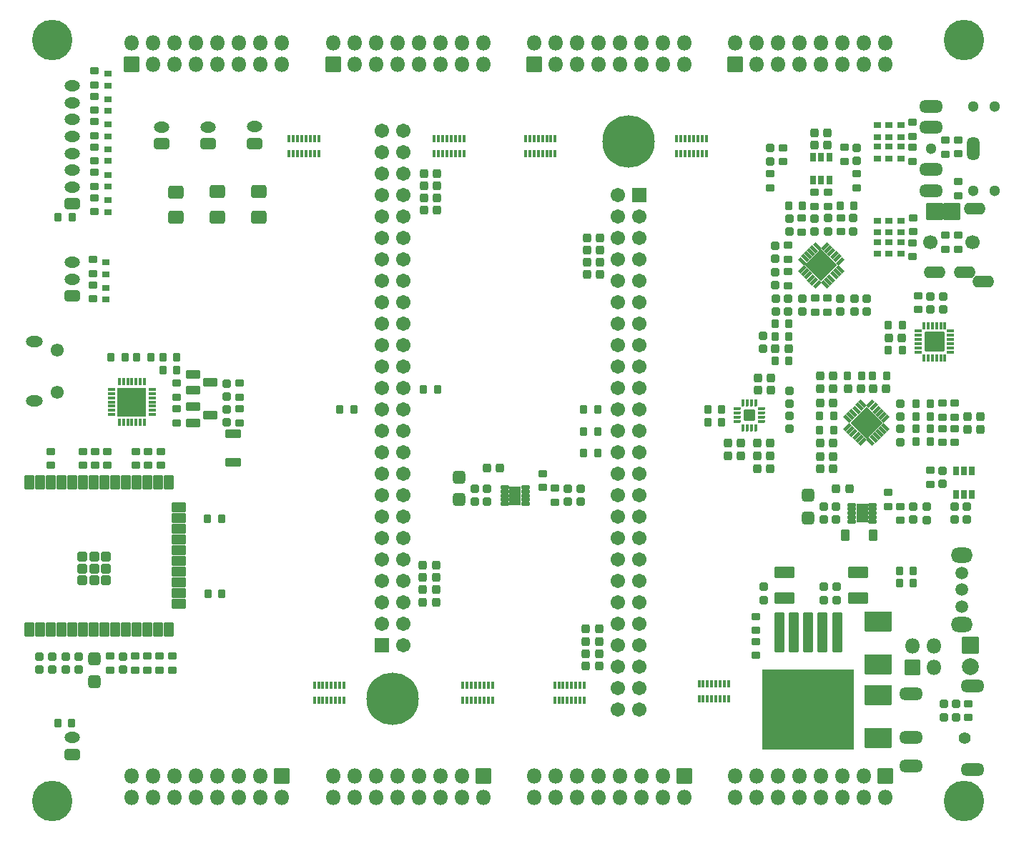
<source format=gbr>
%TF.GenerationSoftware,KiCad,Pcbnew,(6.0.11)*%
%TF.CreationDate,2024-03-19T14:27:04-04:00*%
%TF.ProjectId,Ultrasonic Sound Steering - Control Rev. B,556c7472-6173-46f6-9e69-6320536f756e,rev?*%
%TF.SameCoordinates,Original*%
%TF.FileFunction,Soldermask,Top*%
%TF.FilePolarity,Negative*%
%FSLAX46Y46*%
G04 Gerber Fmt 4.6, Leading zero omitted, Abs format (unit mm)*
G04 Created by KiCad (PCBNEW (6.0.11)) date 2024-03-19 14:27:04*
%MOMM*%
%LPD*%
G01*
G04 APERTURE LIST*
G04 Aperture macros list*
%AMRoundRect*
0 Rectangle with rounded corners*
0 $1 Rounding radius*
0 $2 $3 $4 $5 $6 $7 $8 $9 X,Y pos of 4 corners*
0 Add a 4 corners polygon primitive as box body*
4,1,4,$2,$3,$4,$5,$6,$7,$8,$9,$2,$3,0*
0 Add four circle primitives for the rounded corners*
1,1,$1+$1,$2,$3*
1,1,$1+$1,$4,$5*
1,1,$1+$1,$6,$7*
1,1,$1+$1,$8,$9*
0 Add four rect primitives between the rounded corners*
20,1,$1+$1,$2,$3,$4,$5,0*
20,1,$1+$1,$4,$5,$6,$7,0*
20,1,$1+$1,$6,$7,$8,$9,0*
20,1,$1+$1,$8,$9,$2,$3,0*%
G04 Aperture macros list end*
%ADD10RoundRect,0.250000X-0.275000X0.200000X-0.275000X-0.200000X0.275000X-0.200000X0.275000X0.200000X0*%
%ADD11RoundRect,0.050000X-0.350000X0.300000X-0.350000X-0.300000X0.350000X-0.300000X0.350000X0.300000X0*%
%ADD12RoundRect,0.050000X0.350000X-0.300000X0.350000X0.300000X-0.350000X0.300000X-0.350000X-0.300000X0*%
%ADD13RoundRect,0.275000X0.225000X0.250000X-0.225000X0.250000X-0.225000X-0.250000X0.225000X-0.250000X0*%
%ADD14RoundRect,0.102000X-0.754000X0.754000X-0.754000X-0.754000X0.754000X-0.754000X0.754000X0.754000X0*%
%ADD15C,1.712000*%
%ADD16C,6.204000*%
%ADD17RoundRect,0.275000X-0.250000X0.225000X-0.250000X-0.225000X0.250000X-0.225000X0.250000X0.225000X0*%
%ADD18RoundRect,0.275000X0.250000X-0.225000X0.250000X0.225000X-0.250000X0.225000X-0.250000X-0.225000X0*%
%ADD19RoundRect,0.275000X-0.225000X-0.250000X0.225000X-0.250000X0.225000X0.250000X-0.225000X0.250000X0*%
%ADD20C,0.504000*%
%ADD21RoundRect,0.050000X-0.150000X0.400000X-0.150000X-0.400000X0.150000X-0.400000X0.150000X0.400000X0*%
%ADD22RoundRect,0.110100X0.411900X0.126900X-0.411900X0.126900X-0.411900X-0.126900X0.411900X-0.126900X0*%
%ADD23RoundRect,0.102000X0.600000X1.000000X-0.600000X1.000000X-0.600000X-1.000000X0.600000X-1.000000X0*%
%ADD24C,4.800000*%
%ADD25RoundRect,0.250000X0.200000X0.275000X-0.200000X0.275000X-0.200000X-0.275000X0.200000X-0.275000X0*%
%ADD26RoundRect,0.300001X-0.624999X0.462499X-0.624999X-0.462499X0.624999X-0.462499X0.624999X0.462499X0*%
%ADD27RoundRect,0.300000X0.425000X-0.450000X0.425000X0.450000X-0.425000X0.450000X-0.425000X-0.450000X0*%
%ADD28RoundRect,0.250000X0.275000X-0.200000X0.275000X0.200000X-0.275000X0.200000X-0.275000X-0.200000X0*%
%ADD29RoundRect,0.250000X-0.200000X-0.275000X0.200000X-0.275000X0.200000X0.275000X-0.200000X0.275000X0*%
%ADD30C,1.500000*%
%ADD31O,2.600000X1.824000*%
%ADD32RoundRect,0.102000X-0.900000X0.900000X-0.900000X-0.900000X0.900000X-0.900000X0.900000X0.900000X0*%
%ADD33C,2.004000*%
%ADD34RoundRect,0.050000X-0.450000X-0.600000X0.450000X-0.600000X0.450000X0.600000X-0.450000X0.600000X0*%
%ADD35RoundRect,0.050000X1.524000X-1.143000X1.524000X1.143000X-1.524000X1.143000X-1.524000X-1.143000X0*%
%ADD36RoundRect,0.112500X0.337500X0.062500X-0.337500X0.062500X-0.337500X-0.062500X0.337500X-0.062500X0*%
%ADD37RoundRect,0.112500X0.062500X0.337500X-0.062500X0.337500X-0.062500X-0.337500X0.062500X-0.337500X0*%
%ADD38RoundRect,0.050000X1.675000X1.675000X-1.675000X1.675000X-1.675000X-1.675000X1.675000X-1.675000X0*%
%ADD39RoundRect,0.300000X0.625000X-0.350000X0.625000X0.350000X-0.625000X0.350000X-0.625000X-0.350000X0*%
%ADD40O,1.850000X1.300000*%
%ADD41RoundRect,0.104600X0.212132X0.392303X-0.392303X-0.212132X-0.212132X-0.392303X0.392303X0.212132X0*%
%ADD42RoundRect,0.104600X-0.392303X0.212132X0.212132X-0.392303X0.392303X-0.212132X-0.212132X0.392303X0*%
%ADD43RoundRect,0.104600X-0.212132X-0.392303X0.392303X0.212132X0.212132X0.392303X-0.392303X-0.212132X0*%
%ADD44RoundRect,0.104600X0.392303X-0.212132X-0.212132X0.392303X-0.392303X0.212132X0.212132X-0.392303X0*%
%ADD45RoundRect,0.102000X1.767767X0.000000X0.000000X1.767767X-1.767767X0.000000X0.000000X-1.767767X0*%
%ADD46RoundRect,0.300000X0.925000X-0.412500X0.925000X0.412500X-0.925000X0.412500X-0.925000X-0.412500X0*%
%ADD47RoundRect,0.102000X0.450000X-0.750000X0.450000X0.750000X-0.450000X0.750000X-0.450000X-0.750000X0*%
%ADD48RoundRect,0.102000X0.750000X-0.450000X0.750000X0.450000X-0.750000X0.450000X-0.750000X-0.450000X0*%
%ADD49RoundRect,0.102000X0.450000X-0.450000X0.450000X0.450000X-0.450000X0.450000X-0.450000X-0.450000X0*%
%ADD50RoundRect,0.050000X-0.800100X0.431800X-0.800100X-0.431800X0.800100X-0.431800X0.800100X0.431800X0*%
%ADD51RoundRect,0.050000X-0.127000X-0.406400X0.127000X-0.406400X0.127000X0.406400X-0.127000X0.406400X0*%
%ADD52RoundRect,0.050000X-0.406400X0.127000X-0.406400X-0.127000X0.406400X-0.127000X0.406400X0.127000X0*%
%ADD53RoundRect,0.050000X-1.130300X1.130300X-1.130300X-1.130300X1.130300X-1.130300X1.130300X1.130300X0*%
%ADD54RoundRect,0.102000X0.000000X1.767767X-1.767767X0.000000X0.000000X-1.767767X1.767767X0.000000X0*%
%ADD55RoundRect,0.050000X-0.550000X2.300000X-0.550000X-2.300000X0.550000X-2.300000X0.550000X2.300000X0*%
%ADD56RoundRect,0.050000X-5.400000X4.700000X-5.400000X-4.700000X5.400000X-4.700000X5.400000X4.700000X0*%
%ADD57RoundRect,0.050000X-0.279400X0.488950X-0.279400X-0.488950X0.279400X-0.488950X0.279400X0.488950X0*%
%ADD58RoundRect,0.050000X0.127000X0.381000X-0.127000X0.381000X-0.127000X-0.381000X0.127000X-0.381000X0*%
%ADD59RoundRect,0.050000X0.381000X-0.127000X0.381000X0.127000X-0.381000X0.127000X-0.381000X-0.127000X0*%
%ADD60RoundRect,0.050000X0.596900X-0.596900X0.596900X0.596900X-0.596900X0.596900X-0.596900X-0.596900X0*%
%ADD61RoundRect,0.050000X-0.850000X0.450000X-0.850000X-0.450000X0.850000X-0.450000X0.850000X0.450000X0*%
%ADD62RoundRect,0.050000X0.150000X-0.400000X0.150000X0.400000X-0.150000X0.400000X-0.150000X-0.400000X0*%
%ADD63RoundRect,0.050000X-0.299999X-0.500000X0.299999X-0.500000X0.299999X0.500000X-0.299999X0.500000X0*%
%ADD64RoundRect,0.300000X-0.425000X0.450000X-0.425000X-0.450000X0.425000X-0.450000X0.425000X0.450000X0*%
%ADD65RoundRect,0.050000X0.850000X-0.850000X0.850000X0.850000X-0.850000X0.850000X-0.850000X-0.850000X0*%
%ADD66O,1.800000X1.800000*%
%ADD67C,1.700000*%
%ADD68O,2.604000X1.404000*%
%ADD69RoundRect,0.102000X0.900000X0.900000X-0.900000X0.900000X-0.900000X-0.900000X0.900000X-0.900000X0*%
%ADD70RoundRect,0.050000X-0.850000X0.850000X-0.850000X-0.850000X0.850000X-0.850000X0.850000X0.850000X0*%
%ADD71C,1.550000*%
%ADD72O,2.000000X1.300000*%
%ADD73C,1.300000*%
%ADD74O,1.512000X2.820000*%
%ADD75O,2.820000X1.512000*%
%ADD76C,1.400000*%
G04 APERTURE END LIST*
D10*
%TO.C,PTC9*%
X94780000Y-80370000D03*
X94780000Y-82020000D03*
%TD*%
D11*
%TO.C,D16*%
X187605000Y-62880000D03*
X187605000Y-61480000D03*
%TD*%
D12*
%TO.C,D22*%
X96530000Y-70360000D03*
X96530000Y-71760000D03*
%TD*%
D13*
%TO.C,C46*%
X174980000Y-102135000D03*
X173430000Y-102135000D03*
%TD*%
D14*
%TO.C,U17*%
X128990000Y-123050000D03*
X159470000Y-69700000D03*
D15*
X131530000Y-123050000D03*
X156930000Y-69700000D03*
X128990000Y-120510000D03*
X159470000Y-72240000D03*
X131530000Y-120510000D03*
X156930000Y-72240000D03*
X128990000Y-117970000D03*
X159470000Y-74780000D03*
X131530000Y-117970000D03*
X156930000Y-74780000D03*
X128990000Y-115430000D03*
X159470000Y-77320000D03*
X131530000Y-115430000D03*
X156930000Y-77320000D03*
X128990000Y-112890000D03*
X159470000Y-79860000D03*
X131530000Y-112890000D03*
X156930000Y-79860000D03*
X128990000Y-110350000D03*
X159470000Y-82400000D03*
X131530000Y-110350000D03*
X156930000Y-82400000D03*
X128990000Y-107810000D03*
X159470000Y-84940000D03*
X131530000Y-107810000D03*
X156930000Y-84940000D03*
X128990000Y-105270000D03*
X159470000Y-87480000D03*
X131530000Y-105270000D03*
X156930000Y-87480000D03*
X128990000Y-102730000D03*
X159470000Y-90020000D03*
X131530000Y-102730000D03*
X156930000Y-90020000D03*
X128990000Y-100190000D03*
X159470000Y-92560000D03*
X131530000Y-100190000D03*
X156930000Y-92560000D03*
X128990000Y-97650000D03*
X159470000Y-95100000D03*
X131530000Y-97650000D03*
X156930000Y-95100000D03*
X128990000Y-95110000D03*
X159470000Y-97640000D03*
X131530000Y-95110000D03*
X156930000Y-97640000D03*
X128990000Y-92570000D03*
X159470000Y-100180000D03*
X131530000Y-92570000D03*
X156930000Y-100180000D03*
X128990000Y-90030000D03*
X159470000Y-102720000D03*
X131530000Y-90030000D03*
X156930000Y-102720000D03*
X128990000Y-87490000D03*
X159470000Y-105260000D03*
X131530000Y-87490000D03*
X156930000Y-105260000D03*
X128990000Y-84950000D03*
X159470000Y-107800000D03*
X131530000Y-84950000D03*
X156930000Y-107800000D03*
X128990000Y-82410000D03*
X159470000Y-110340000D03*
X131530000Y-82410000D03*
X156930000Y-110340000D03*
X128990000Y-79870000D03*
X159470000Y-112880000D03*
X131530000Y-79870000D03*
X156930000Y-112880000D03*
X128990000Y-77330000D03*
X159470000Y-115420000D03*
X131530000Y-77330000D03*
X156930000Y-115420000D03*
X128990000Y-74790000D03*
X159470000Y-117960000D03*
X131530000Y-74790000D03*
X156930000Y-117960000D03*
X128990000Y-72250000D03*
X159470000Y-120500000D03*
X131530000Y-72250000D03*
X156930000Y-120500000D03*
X128990000Y-69710000D03*
X159470000Y-123040000D03*
X131530000Y-69710000D03*
X156930000Y-123040000D03*
X128990000Y-67170000D03*
X159470000Y-125580000D03*
X131530000Y-67170000D03*
X156930000Y-125580000D03*
X128990000Y-64630000D03*
X159470000Y-128120000D03*
X131530000Y-64630000D03*
X156930000Y-128120000D03*
X128990000Y-62090000D03*
X159470000Y-130660000D03*
X131530000Y-62090000D03*
X156930000Y-130660000D03*
D16*
X158200000Y-63350000D03*
X130260000Y-129400000D03*
%TD*%
D17*
%TO.C,C72*%
X196980000Y-130035000D03*
X196980000Y-131585000D03*
%TD*%
D18*
%TO.C,C103*%
X89982500Y-125990000D03*
X89982500Y-124440000D03*
%TD*%
D19*
%TO.C,C21*%
X180165000Y-63840000D03*
X181715000Y-63840000D03*
%TD*%
D20*
%TO.C,*%
X178590000Y-130460000D03*
%TD*%
D10*
%TO.C,R1*%
X197200000Y-74483500D03*
X197200000Y-76133500D03*
%TD*%
D20*
%TO.C,*%
X176732500Y-130472500D03*
%TD*%
D21*
%TO.C,RN6*%
X152935000Y-127830000D03*
X152435000Y-127830000D03*
X151935000Y-127830000D03*
X151435000Y-127830000D03*
X150935000Y-127830000D03*
X150435000Y-127830000D03*
X149935000Y-127830000D03*
X149435000Y-127830000D03*
X149435000Y-129630000D03*
X149935000Y-129630000D03*
X150435000Y-129630000D03*
X150935000Y-129630000D03*
X151435000Y-129630000D03*
X151935000Y-129630000D03*
X152435000Y-129630000D03*
X152935000Y-129630000D03*
%TD*%
D19*
%TO.C,C15*%
X188974466Y-86655000D03*
X190524466Y-86655000D03*
%TD*%
D10*
%TO.C,R40*%
X183290000Y-72435000D03*
X183290000Y-74085000D03*
%TD*%
D13*
%TO.C,C28*%
X199867200Y-95964466D03*
X198317200Y-95964466D03*
%TD*%
D10*
%TO.C,R39*%
X178690000Y-72460000D03*
X178690000Y-74110000D03*
%TD*%
D20*
%TO.C,*%
X179640000Y-126875000D03*
%TD*%
D22*
%TO.C,U7*%
X187025000Y-108445000D03*
X187025000Y-107945000D03*
X187025000Y-107445000D03*
X187025000Y-106945000D03*
X187025000Y-106445000D03*
X184635000Y-106445000D03*
X184635000Y-106945000D03*
X184635000Y-107445000D03*
X184635000Y-107945000D03*
X184635000Y-108445000D03*
D23*
X185830000Y-107445000D03*
%TD*%
D13*
%TO.C,C112*%
X135365000Y-115050000D03*
X133815000Y-115050000D03*
%TD*%
D12*
%TO.C,D18*%
X96530000Y-64310000D03*
X96530000Y-65710000D03*
%TD*%
D17*
%TO.C,C82*%
X152490000Y-104550000D03*
X152490000Y-106100000D03*
%TD*%
%TO.C,C87*%
X182855000Y-116155000D03*
X182855000Y-117705000D03*
%TD*%
D24*
%TO.C,H2*%
X89930177Y-51350000D03*
%TD*%
D10*
%TO.C,R47*%
X149480000Y-104490000D03*
X149480000Y-106140000D03*
%TD*%
D25*
%TO.C,R74*%
X101622500Y-88970000D03*
X99972500Y-88970000D03*
%TD*%
D12*
%TO.C,D8*%
X96530000Y-61360000D03*
X96530000Y-62760000D03*
%TD*%
D13*
%TO.C,C47*%
X182415000Y-100732500D03*
X180865000Y-100732500D03*
%TD*%
D26*
%TO.C,D3*%
X104570000Y-69365000D03*
X104570000Y-72340000D03*
%TD*%
D10*
%TO.C,R46*%
X188920000Y-104965000D03*
X188920000Y-106615000D03*
%TD*%
%TO.C,PTC7*%
X94930000Y-67035000D03*
X94930000Y-68685000D03*
%TD*%
D27*
%TO.C,C67*%
X138157500Y-105840000D03*
X138157500Y-103140000D03*
%TD*%
D20*
%TO.C,*%
X182440000Y-131465000D03*
%TD*%
D18*
%TO.C,C131*%
X88452500Y-125980000D03*
X88452500Y-124430000D03*
%TD*%
D20*
%TO.C,*%
X176732500Y-129267500D03*
%TD*%
%TO.C,*%
X176732500Y-131472500D03*
%TD*%
D19*
%TO.C,C138*%
X169955000Y-99135000D03*
X171505000Y-99135000D03*
%TD*%
D17*
%TO.C,C81*%
X193455000Y-106670000D03*
X193455000Y-108220000D03*
%TD*%
D20*
%TO.C,*%
X183380000Y-128070000D03*
%TD*%
D19*
%TO.C,C104*%
X153140000Y-122630000D03*
X154690000Y-122630000D03*
%TD*%
D28*
%TO.C,R111*%
X101310000Y-101770000D03*
X101310000Y-100120000D03*
%TD*%
D20*
%TO.C,*%
X184350000Y-130445000D03*
%TD*%
D13*
%TO.C,C111*%
X135515000Y-67170000D03*
X133965000Y-67170000D03*
%TD*%
D29*
%TO.C,R56*%
X175505000Y-89390000D03*
X177155000Y-89390000D03*
%TD*%
D20*
%TO.C,*%
X177660000Y-126865000D03*
%TD*%
%TO.C,*%
X183380000Y-131465000D03*
%TD*%
D17*
%TO.C,C80*%
X150990000Y-104550000D03*
X150990000Y-106100000D03*
%TD*%
D18*
%TO.C,C36*%
X190380000Y-98997500D03*
X190380000Y-97447500D03*
%TD*%
D19*
%TO.C,C113*%
X153140000Y-124090000D03*
X154690000Y-124090000D03*
%TD*%
D20*
%TO.C,*%
X175810000Y-130470000D03*
%TD*%
D18*
%TO.C,C30*%
X181790000Y-74035000D03*
X181790000Y-72485000D03*
%TD*%
%TO.C,C85*%
X198260000Y-108215000D03*
X198260000Y-106665000D03*
%TD*%
D30*
%TO.C,SW1*%
X197625000Y-118510000D03*
X197625000Y-116510000D03*
X197625000Y-114510000D03*
D31*
X197625000Y-112410000D03*
X197625000Y-120610000D03*
%TD*%
D25*
%TO.C,R35*%
X193880000Y-98960000D03*
X192230000Y-98960000D03*
%TD*%
D28*
%TO.C,R24*%
X174964769Y-68866709D03*
X174964769Y-67216709D03*
%TD*%
D29*
%TO.C,R70*%
X103052500Y-90520000D03*
X104702500Y-90520000D03*
%TD*%
D19*
%TO.C,C109*%
X153140000Y-121170000D03*
X154690000Y-121170000D03*
%TD*%
D13*
%TO.C,C44*%
X174980000Y-100635000D03*
X173430000Y-100635000D03*
%TD*%
D20*
%TO.C,*%
X174860000Y-126875000D03*
%TD*%
D17*
%TO.C,C159*%
X175583005Y-81992929D03*
X175583005Y-83542929D03*
%TD*%
D10*
%TO.C,PTC5*%
X94910000Y-55035000D03*
X94910000Y-56685000D03*
%TD*%
D32*
%TO.C,P13*%
X198690000Y-123092500D03*
D33*
X198690000Y-125632500D03*
%TD*%
D34*
%TO.C,D1*%
X183797000Y-110070000D03*
X187097000Y-110070000D03*
%TD*%
D17*
%TO.C,C16*%
X193940000Y-81720000D03*
X193940000Y-83270000D03*
%TD*%
D28*
%TO.C,R114*%
X96470000Y-101765000D03*
X96470000Y-100115000D03*
%TD*%
%TO.C,R17*%
X192440000Y-83320000D03*
X192440000Y-81670000D03*
%TD*%
D25*
%TO.C,PTC1*%
X92280000Y-72350000D03*
X90630000Y-72350000D03*
%TD*%
D29*
%TO.C,R109*%
X108345000Y-108070000D03*
X109995000Y-108070000D03*
%TD*%
D13*
%TO.C,C114*%
X135370000Y-117970000D03*
X133820000Y-117970000D03*
%TD*%
D20*
%TO.C,*%
X172830000Y-96160000D03*
%TD*%
D17*
%TO.C,C160*%
X177254738Y-95905262D03*
X177254738Y-97455262D03*
%TD*%
D35*
%TO.C,F1*%
X187690000Y-134070000D03*
X187690000Y-128990000D03*
%TD*%
D25*
%TO.C,R77*%
X154500000Y-100272500D03*
X152850000Y-100272500D03*
%TD*%
D20*
%TO.C,*%
X174850000Y-129265000D03*
%TD*%
D18*
%TO.C,C142*%
X174120000Y-87975000D03*
X174120000Y-86425000D03*
%TD*%
D20*
%TO.C,*%
X184340000Y-126850000D03*
%TD*%
%TO.C,*%
X194880000Y-87710000D03*
%TD*%
D13*
%TO.C,C33*%
X175055000Y-91435000D03*
X173505000Y-91435000D03*
%TD*%
D20*
%TO.C,*%
X176742500Y-126877500D03*
%TD*%
%TO.C,*%
X176742500Y-128082500D03*
%TD*%
D18*
%TO.C,C65*%
X175570000Y-80415000D03*
X175570000Y-78865000D03*
%TD*%
D17*
%TO.C,C108*%
X110617500Y-92085000D03*
X110617500Y-93635000D03*
%TD*%
D20*
%TO.C,*%
X172155000Y-95485000D03*
%TD*%
D25*
%TO.C,R98*%
X169230000Y-96664300D03*
X167580000Y-96664300D03*
%TD*%
D36*
%TO.C,U12*%
X101827500Y-95750000D03*
X101827500Y-95250000D03*
X101827500Y-94750000D03*
X101827500Y-94250000D03*
X101827500Y-93750000D03*
X101827500Y-93250000D03*
X101827500Y-92750000D03*
D37*
X100877500Y-91800000D03*
X100377500Y-91800000D03*
X99877500Y-91800000D03*
X99377500Y-91800000D03*
X98877500Y-91800000D03*
X98377500Y-91800000D03*
X97877500Y-91800000D03*
D36*
X96927500Y-92750000D03*
X96927500Y-93250000D03*
X96927500Y-93750000D03*
X96927500Y-94250000D03*
X96927500Y-94750000D03*
X96927500Y-95250000D03*
X96927500Y-95750000D03*
D37*
X97877500Y-96700000D03*
X98377500Y-96700000D03*
X98877500Y-96700000D03*
X99377500Y-96700000D03*
X99877500Y-96700000D03*
X100377500Y-96700000D03*
X100877500Y-96700000D03*
D38*
X99377500Y-94250000D03*
%TD*%
D10*
%TO.C,R45*%
X190380000Y-106620000D03*
X190380000Y-108270000D03*
%TD*%
D20*
%TO.C,*%
X174860000Y-128080000D03*
%TD*%
D19*
%TO.C,C119*%
X153240000Y-76240000D03*
X154790000Y-76240000D03*
%TD*%
D28*
%TO.C,R30*%
X195330000Y-96035000D03*
X195330000Y-94385000D03*
%TD*%
D25*
%TO.C,R36*%
X193880000Y-94460000D03*
X192230000Y-94460000D03*
%TD*%
D12*
%TO.C,D20*%
X96530000Y-67360000D03*
X96530000Y-68760000D03*
%TD*%
D13*
%TO.C,C115*%
X135515000Y-68630000D03*
X133965000Y-68630000D03*
%TD*%
D17*
%TO.C,C141*%
X174187500Y-116155000D03*
X174187500Y-117705000D03*
%TD*%
D25*
%TO.C,R33*%
X193880000Y-95960000D03*
X192230000Y-95960000D03*
%TD*%
D17*
%TO.C,C168*%
X177262142Y-92947858D03*
X177262142Y-94497858D03*
%TD*%
D10*
%TO.C,R5*%
X195710000Y-63220000D03*
X195710000Y-64870000D03*
%TD*%
D20*
%TO.C,*%
X182450000Y-129255000D03*
%TD*%
%TO.C,*%
X182440000Y-128070000D03*
%TD*%
D25*
%TO.C,R34*%
X193880000Y-97460000D03*
X192230000Y-97460000D03*
%TD*%
D24*
%TO.C,H1*%
X197930189Y-51350000D03*
%TD*%
D10*
%TO.C,R100*%
X177060000Y-75665000D03*
X177060000Y-77315000D03*
%TD*%
D28*
%TO.C,R27*%
X196830534Y-96030534D03*
X196830534Y-94380534D03*
%TD*%
D21*
%TO.C,RN8*%
X124480000Y-127830000D03*
X123980000Y-127830000D03*
X123480000Y-127830000D03*
X122980000Y-127830000D03*
X122480000Y-127830000D03*
X121980000Y-127830000D03*
X121480000Y-127830000D03*
X120980000Y-127830000D03*
X120980000Y-129630000D03*
X121480000Y-129630000D03*
X121980000Y-129630000D03*
X122480000Y-129630000D03*
X122980000Y-129630000D03*
X123480000Y-129630000D03*
X123980000Y-129630000D03*
X124480000Y-129630000D03*
%TD*%
D20*
%TO.C,*%
X174850000Y-131470000D03*
%TD*%
D19*
%TO.C,C118*%
X153235000Y-74780000D03*
X154785000Y-74780000D03*
%TD*%
D20*
%TO.C,*%
X184340000Y-128055000D03*
%TD*%
D19*
%TO.C,C105*%
X153240000Y-77690000D03*
X154790000Y-77690000D03*
%TD*%
D13*
%TO.C,C147*%
X182410000Y-92672500D03*
X180860000Y-92672500D03*
%TD*%
D20*
%TO.C,*%
X177650000Y-130460000D03*
%TD*%
D17*
%TO.C,C79*%
X191920000Y-106665000D03*
X191920000Y-108215000D03*
%TD*%
D20*
%TO.C,*%
X184350000Y-129240000D03*
%TD*%
D10*
%TO.C,R120*%
X102680000Y-124385000D03*
X102680000Y-126035000D03*
%TD*%
%TO.C,PTC14*%
X191835000Y-64100000D03*
X191835000Y-65750000D03*
%TD*%
D20*
%TO.C,*%
X182450000Y-130460000D03*
%TD*%
D28*
%TO.C,R112*%
X99850000Y-101770000D03*
X99850000Y-100120000D03*
%TD*%
D20*
%TO.C,*%
X177660000Y-128070000D03*
%TD*%
D17*
%TO.C,C27*%
X195400000Y-81725000D03*
X195400000Y-83275000D03*
%TD*%
D28*
%TO.C,R110*%
X95010000Y-101765000D03*
X95010000Y-100115000D03*
%TD*%
D22*
%TO.C,U8*%
X145955000Y-106340000D03*
X145955000Y-105840000D03*
X145955000Y-105340000D03*
X145955000Y-104840000D03*
X145955000Y-104340000D03*
X143565000Y-104340000D03*
X143565000Y-104840000D03*
X143565000Y-105340000D03*
X143565000Y-105840000D03*
X143565000Y-106340000D03*
D23*
X144760000Y-105340000D03*
%TD*%
D10*
%TO.C,R4*%
X197210000Y-68130000D03*
X197210000Y-69780000D03*
%TD*%
D11*
%TO.C,D12*%
X189005000Y-76700000D03*
X189005000Y-75300000D03*
%TD*%
D20*
%TO.C,*%
X180610000Y-130470000D03*
%TD*%
D35*
%TO.C,F2*%
X187690000Y-125350000D03*
X187690000Y-120270000D03*
%TD*%
D25*
%TO.C,R54*%
X191915000Y-114230000D03*
X190265000Y-114230000D03*
%TD*%
D13*
%TO.C,C40*%
X174980000Y-99135000D03*
X173430000Y-99135000D03*
%TD*%
D20*
%TO.C,*%
X181522500Y-131477500D03*
%TD*%
D12*
%TO.C,D29*%
X190405000Y-72780000D03*
X190405000Y-74180000D03*
%TD*%
D19*
%TO.C,C91*%
X175556875Y-87930000D03*
X177106875Y-87930000D03*
%TD*%
D10*
%TO.C,R3*%
X197210000Y-63215000D03*
X197210000Y-64865000D03*
%TD*%
D20*
%TO.C,*%
X180610000Y-131470000D03*
%TD*%
D39*
%TO.C,P20*%
X102880000Y-63660000D03*
D40*
X102880000Y-61660000D03*
%TD*%
D13*
%TO.C,C116*%
X135365000Y-116510000D03*
X133815000Y-116510000D03*
%TD*%
D12*
%TO.C,D11*%
X187605000Y-64000000D03*
X187605000Y-65400000D03*
%TD*%
D19*
%TO.C,C61*%
X184150000Y-92672500D03*
X185700000Y-92672500D03*
%TD*%
D28*
%TO.C,R55*%
X193870000Y-104005000D03*
X193870000Y-102355000D03*
%TD*%
D29*
%TO.C,R73*%
X103052500Y-88970000D03*
X104702500Y-88970000D03*
%TD*%
D10*
%TO.C,R32*%
X180190000Y-69435000D03*
X180190000Y-71085000D03*
%TD*%
D12*
%TO.C,D28*%
X190405000Y-61480000D03*
X190405000Y-62880000D03*
%TD*%
D11*
%TO.C,D15*%
X190405000Y-65400000D03*
X190405000Y-64000000D03*
%TD*%
D28*
%TO.C,R69*%
X104647500Y-93665000D03*
X104647500Y-92015000D03*
%TD*%
D10*
%TO.C,R14*%
X183750000Y-64095000D03*
X183750000Y-65745000D03*
%TD*%
D19*
%TO.C,C19*%
X180170000Y-62360000D03*
X181720000Y-62360000D03*
%TD*%
D20*
%TO.C,*%
X182440000Y-126865000D03*
%TD*%
%TO.C,*%
X194880000Y-86505000D03*
%TD*%
D11*
%TO.C,D14*%
X190405000Y-76700000D03*
X190405000Y-75300000D03*
%TD*%
D25*
%TO.C,R96*%
X188720000Y-91172500D03*
X187070000Y-91172500D03*
%TD*%
D41*
%TO.C,U5*%
X188600000Y-96243764D03*
X188246447Y-95890210D03*
X187892893Y-95536657D03*
X187539340Y-95183104D03*
X187185787Y-94829550D03*
X186832233Y-94475997D03*
D42*
X185863497Y-94475997D03*
X185509943Y-94829550D03*
X185156390Y-95183104D03*
X184802837Y-95536657D03*
X184449283Y-95890210D03*
X184095730Y-96243764D03*
D43*
X184095730Y-97212500D03*
X184449283Y-97566054D03*
X184802837Y-97919607D03*
X185156390Y-98273160D03*
X185509943Y-98626714D03*
X185863497Y-98980267D03*
D44*
X186832233Y-98980267D03*
X187185787Y-98626714D03*
X187539340Y-98273160D03*
X187892893Y-97919607D03*
X188246447Y-97566054D03*
X188600000Y-97212500D03*
D45*
X186347865Y-96728132D03*
%TD*%
D12*
%TO.C,D6*%
X96530000Y-55360000D03*
X96530000Y-56760000D03*
%TD*%
D28*
%TO.C,PTC13*%
X191835000Y-62785000D03*
X191835000Y-61135000D03*
%TD*%
D10*
%TO.C,PTC8*%
X94780000Y-77370000D03*
X94780000Y-79020000D03*
%TD*%
D46*
%TO.C,C140*%
X176667500Y-117500000D03*
X176667500Y-114425000D03*
%TD*%
D10*
%TO.C,R108*%
X104140000Y-124385000D03*
X104140000Y-126035000D03*
%TD*%
%TO.C,R48*%
X147980000Y-102720000D03*
X147980000Y-104370000D03*
%TD*%
D28*
%TO.C,PTC11*%
X191845000Y-74085000D03*
X191845000Y-72435000D03*
%TD*%
D20*
%TO.C,*%
X184340000Y-131450000D03*
%TD*%
D18*
%TO.C,C120*%
X98300000Y-125985000D03*
X98300000Y-124435000D03*
%TD*%
D20*
%TO.C,*%
X178600000Y-126865000D03*
%TD*%
D39*
%TO.C,P10*%
X113880000Y-63650000D03*
D40*
X113880000Y-61650000D03*
%TD*%
D17*
%TO.C,C70*%
X181255000Y-106660000D03*
X181255000Y-108210000D03*
%TD*%
D47*
%TO.C,U22*%
X87200000Y-121240000D03*
X88470000Y-121240000D03*
X89740000Y-121240000D03*
X91010000Y-121240000D03*
X92280000Y-121240000D03*
X93550000Y-121240000D03*
X94820000Y-121240000D03*
X96090000Y-121240000D03*
X97360000Y-121240000D03*
X98630000Y-121240000D03*
X99900000Y-121240000D03*
X101170000Y-121240000D03*
X102440000Y-121240000D03*
X103710000Y-121240000D03*
D48*
X104960000Y-118205000D03*
X104960000Y-116935000D03*
X104960000Y-115665000D03*
X104960000Y-114395000D03*
X104960000Y-113125000D03*
X104960000Y-111855000D03*
X104960000Y-110585000D03*
X104960000Y-109315000D03*
X104960000Y-108045000D03*
X104960000Y-106775000D03*
D47*
X103710000Y-103740000D03*
X102440000Y-103740000D03*
X101170000Y-103740000D03*
X99900000Y-103740000D03*
X98630000Y-103740000D03*
X97360000Y-103740000D03*
X96090000Y-103740000D03*
X94820000Y-103740000D03*
X93550000Y-103740000D03*
X92280000Y-103740000D03*
X91010000Y-103740000D03*
X89740000Y-103740000D03*
X88470000Y-103740000D03*
X87200000Y-103740000D03*
D49*
X93520000Y-115390000D03*
X93520000Y-113990000D03*
X93520000Y-112590000D03*
X94920000Y-115390000D03*
X94920000Y-113990000D03*
X94920000Y-112590000D03*
X96320000Y-115390000D03*
X96320000Y-113990000D03*
X96320000Y-112590000D03*
%TD*%
D13*
%TO.C,C170*%
X182425000Y-94380000D03*
X180875000Y-94380000D03*
%TD*%
D10*
%TO.C,R71*%
X112147500Y-92035000D03*
X112147500Y-93685000D03*
%TD*%
D19*
%TO.C,C117*%
X153140000Y-125550000D03*
X154690000Y-125550000D03*
%TD*%
D18*
%TO.C,C171*%
X183270000Y-83560000D03*
X183270000Y-82010000D03*
%TD*%
D17*
%TO.C,C13*%
X185210000Y-64145000D03*
X185210000Y-65695000D03*
%TD*%
D10*
%TO.C,PTC6*%
X94910000Y-61035000D03*
X94910000Y-62685000D03*
%TD*%
D24*
%TO.C,H3*%
X197930172Y-141500000D03*
%TD*%
D28*
%TO.C,R116*%
X181750000Y-83610000D03*
X181750000Y-81960000D03*
%TD*%
D50*
%TO.C,Q4*%
X106622000Y-94829999D03*
X106622000Y-96730001D03*
X108633000Y-95780000D03*
%TD*%
D51*
%TO.C,U3*%
X195644781Y-85199466D03*
X195144655Y-85199466D03*
X194644529Y-85199466D03*
X194144403Y-85199466D03*
X193644277Y-85199466D03*
X193144151Y-85199466D03*
D52*
X192489466Y-85854151D03*
X192489466Y-86354277D03*
X192489466Y-86854403D03*
X192489466Y-87354529D03*
X192489466Y-87854655D03*
X192489466Y-88354781D03*
D51*
X193144151Y-89009466D03*
X193644277Y-89009466D03*
X194144403Y-89009466D03*
X194644529Y-89009466D03*
X195144655Y-89009466D03*
X195644781Y-89009466D03*
D52*
X196299466Y-88354781D03*
X196299466Y-87854655D03*
X196299466Y-87354529D03*
X196299466Y-86854403D03*
X196299466Y-86354277D03*
X196299466Y-85854151D03*
D53*
X194394466Y-87104466D03*
%TD*%
D19*
%TO.C,C107*%
X153240000Y-79150000D03*
X154790000Y-79150000D03*
%TD*%
D20*
%TO.C,*%
X175820000Y-128080000D03*
%TD*%
D19*
%TO.C,C59*%
X187125000Y-92672500D03*
X188675000Y-92672500D03*
%TD*%
D11*
%TO.C,D27*%
X187605000Y-74180000D03*
X187605000Y-72780000D03*
%TD*%
D20*
%TO.C,*%
X180600000Y-128080000D03*
%TD*%
D28*
%TO.C,R117*%
X180240000Y-83605000D03*
X180240000Y-81955000D03*
%TD*%
%TO.C,R88*%
X173230000Y-124265000D03*
X173230000Y-122615000D03*
%TD*%
D20*
%TO.C,*%
X172155000Y-96160000D03*
%TD*%
D29*
%TO.C,R115*%
X180825000Y-95880000D03*
X182475000Y-95880000D03*
%TD*%
D13*
%TO.C,C29*%
X199867200Y-97464466D03*
X198317200Y-97464466D03*
%TD*%
D12*
%TO.C,D9*%
X96320000Y-80720000D03*
X96320000Y-82120000D03*
%TD*%
D19*
%TO.C,C169*%
X180875000Y-99080000D03*
X182425000Y-99080000D03*
%TD*%
D25*
%TO.C,R38*%
X178765000Y-71010000D03*
X177115000Y-71010000D03*
%TD*%
D42*
%TO.C,U6*%
X180505632Y-75807865D03*
X180152078Y-76161418D03*
X179798525Y-76514972D03*
X179444972Y-76868525D03*
X179091418Y-77222078D03*
X178737865Y-77575632D03*
D43*
X178737865Y-78544368D03*
X179091418Y-78897922D03*
X179444972Y-79251475D03*
X179798525Y-79605028D03*
X180152078Y-79958582D03*
X180505632Y-80312135D03*
D44*
X181474368Y-80312135D03*
X181827922Y-79958582D03*
X182181475Y-79605028D03*
X182535028Y-79251475D03*
X182888582Y-78897922D03*
X183242135Y-78544368D03*
D41*
X183242135Y-77575632D03*
X182888582Y-77222078D03*
X182535028Y-76868525D03*
X182181475Y-76514972D03*
X181827922Y-76161418D03*
X181474368Y-75807865D03*
D54*
X180990000Y-78060000D03*
%TD*%
D28*
%TO.C,R125*%
X89740000Y-101775000D03*
X89740000Y-100125000D03*
%TD*%
D29*
%TO.C,R107*%
X108375000Y-116940000D03*
X110025000Y-116940000D03*
%TD*%
D28*
%TO.C,R113*%
X102770000Y-101770000D03*
X102770000Y-100120000D03*
%TD*%
%TO.C,R128*%
X93550000Y-101765000D03*
X93550000Y-100115000D03*
%TD*%
D12*
%TO.C,D17*%
X189005000Y-72780000D03*
X189005000Y-74180000D03*
%TD*%
D21*
%TO.C,RN5*%
X170024998Y-127648415D03*
X169524998Y-127648415D03*
X169024998Y-127648415D03*
X168524998Y-127648415D03*
X168024998Y-127648415D03*
X167524998Y-127648415D03*
X167024998Y-127648415D03*
X166524998Y-127648415D03*
X166524998Y-129448415D03*
X167024998Y-129448415D03*
X167524998Y-129448415D03*
X168024998Y-129448415D03*
X168524998Y-129448415D03*
X169024998Y-129448415D03*
X169524998Y-129448415D03*
X170024998Y-129448415D03*
%TD*%
D13*
%TO.C,C34*%
X175055000Y-92860000D03*
X173505000Y-92860000D03*
%TD*%
D20*
%TO.C,*%
X177650000Y-129255000D03*
%TD*%
D10*
%TO.C,PTC3*%
X94930000Y-64035000D03*
X94930000Y-65685000D03*
%TD*%
D13*
%TO.C,C101*%
X135515000Y-70090000D03*
X133965000Y-70090000D03*
%TD*%
D27*
%TO.C,C60*%
X179475000Y-107975000D03*
X179475000Y-105275000D03*
%TD*%
D18*
%TO.C,C133*%
X91510000Y-125985000D03*
X91510000Y-124435000D03*
%TD*%
D17*
%TO.C,C49*%
X184920000Y-82010000D03*
X184920000Y-83560000D03*
%TD*%
D25*
%TO.C,R76*%
X135565000Y-92780000D03*
X133915000Y-92780000D03*
%TD*%
D10*
%TO.C,R101*%
X177070000Y-78810000D03*
X177070000Y-80460000D03*
%TD*%
D29*
%TO.C,R53*%
X190266557Y-115694730D03*
X191916557Y-115694730D03*
%TD*%
D20*
%TO.C,*%
X179650000Y-131470000D03*
%TD*%
D12*
%TO.C,D10*%
X187605000Y-75300000D03*
X187605000Y-76700000D03*
%TD*%
D28*
%TO.C,R2*%
X195700000Y-76133500D03*
X195700000Y-74483500D03*
%TD*%
D26*
%TO.C,D5*%
X114401000Y-69350001D03*
X114401000Y-72325001D03*
%TD*%
D20*
%TO.C,*%
X183380000Y-126865000D03*
%TD*%
%TO.C,*%
X193940000Y-87710000D03*
%TD*%
%TO.C,*%
X175810000Y-131470000D03*
%TD*%
%TO.C,*%
X183390000Y-129255000D03*
%TD*%
D10*
%TO.C,R44*%
X198440000Y-129985000D03*
X198440000Y-131635000D03*
%TD*%
D55*
%TO.C,U11*%
X182865000Y-121535000D03*
X181165000Y-121535000D03*
X179465000Y-121535000D03*
X177765000Y-121535000D03*
X176065000Y-121535000D03*
D56*
X179465000Y-130685000D03*
%TD*%
D20*
%TO.C,*%
X180600000Y-126875000D03*
%TD*%
D17*
%TO.C,C102*%
X110617500Y-95115000D03*
X110617500Y-96665000D03*
%TD*%
D46*
%TO.C,C88*%
X185350000Y-117495000D03*
X185350000Y-114420000D03*
%TD*%
D20*
%TO.C,*%
X175810000Y-129265000D03*
%TD*%
D57*
%TO.C,U4*%
X181940002Y-65235000D03*
X180990001Y-65235000D03*
X180040000Y-65235000D03*
X180040000Y-67965500D03*
X180990001Y-67965500D03*
X181940002Y-67965500D03*
%TD*%
D12*
%TO.C,D26*%
X189005000Y-61480000D03*
X189005000Y-62880000D03*
%TD*%
D17*
%TO.C,C12*%
X174964769Y-64166709D03*
X174964769Y-65716709D03*
%TD*%
D25*
%TO.C,R80*%
X125665000Y-95110000D03*
X124015000Y-95110000D03*
%TD*%
D26*
%TO.C,D21*%
X109491000Y-69352501D03*
X109491000Y-72327501D03*
%TD*%
D10*
%TO.C,R119*%
X101220000Y-124385000D03*
X101220000Y-126035000D03*
%TD*%
D20*
%TO.C,*%
X175820000Y-126875000D03*
%TD*%
D17*
%TO.C,C39*%
X177190000Y-72510000D03*
X177190000Y-74060000D03*
%TD*%
%TO.C,C148*%
X177095000Y-81990000D03*
X177095000Y-83540000D03*
%TD*%
D20*
%TO.C,*%
X178590000Y-131460000D03*
%TD*%
D29*
%TO.C,R102*%
X180825000Y-97580000D03*
X182475000Y-97580000D03*
%TD*%
D17*
%TO.C,C54*%
X186409999Y-82010000D03*
X186409999Y-83560000D03*
%TD*%
D19*
%TO.C,C74*%
X141420000Y-102090000D03*
X142970000Y-102090000D03*
%TD*%
D20*
%TO.C,*%
X177650000Y-131460000D03*
%TD*%
D58*
%TO.C,U28*%
X171739999Y-97296400D03*
X172240000Y-97296400D03*
X172740000Y-97296400D03*
X173240001Y-97296400D03*
D59*
X173963200Y-96573201D03*
X173963200Y-96073200D03*
X173963200Y-95573200D03*
X173963200Y-95073199D03*
D58*
X173240001Y-94350000D03*
X172740000Y-94350000D03*
X172240000Y-94350000D03*
X171739999Y-94350000D03*
D59*
X171016800Y-95073199D03*
X171016800Y-95573200D03*
X171016800Y-96073200D03*
X171016800Y-96573201D03*
D60*
X172490000Y-95823200D03*
%TD*%
D17*
%TO.C,C75*%
X195520000Y-130035000D03*
X195520000Y-131585000D03*
%TD*%
D20*
%TO.C,*%
X172830000Y-95485000D03*
%TD*%
D61*
%TO.C,SW2*%
X111390000Y-98040000D03*
X111390000Y-101440000D03*
%TD*%
D20*
%TO.C,*%
X183390000Y-130460000D03*
%TD*%
D24*
%TO.C,H4*%
X89930214Y-141500000D03*
%TD*%
D10*
%TO.C,R72*%
X112147500Y-95070000D03*
X112147500Y-96720000D03*
%TD*%
D25*
%TO.C,R79*%
X154500000Y-95140000D03*
X152850000Y-95140000D03*
%TD*%
%TO.C,R75*%
X98572500Y-88970000D03*
X96922500Y-88970000D03*
%TD*%
%TO.C,R78*%
X154500000Y-97772500D03*
X152850000Y-97772500D03*
%TD*%
D28*
%TO.C,R25*%
X185205231Y-68875000D03*
X185205231Y-67225000D03*
%TD*%
D10*
%TO.C,PTC12*%
X191835000Y-75390000D03*
X191835000Y-77040000D03*
%TD*%
D20*
%TO.C,*%
X178590000Y-129255000D03*
%TD*%
D11*
%TO.C,D13*%
X189005000Y-65400000D03*
X189005000Y-64000000D03*
%TD*%
D18*
%TO.C,C37*%
X190380000Y-95997500D03*
X190380000Y-94447500D03*
%TD*%
D10*
%TO.C,PTC4*%
X94930000Y-70035000D03*
X94930000Y-71685000D03*
%TD*%
D17*
%TO.C,C68*%
X182755000Y-106660000D03*
X182755000Y-108210000D03*
%TD*%
D25*
%TO.C,R99*%
X169230000Y-95114300D03*
X167580000Y-95114300D03*
%TD*%
D28*
%TO.C,R28*%
X196830000Y-99035000D03*
X196830000Y-97385000D03*
%TD*%
D20*
%TO.C,*%
X181532500Y-129267500D03*
%TD*%
%TO.C,*%
X181522500Y-128082500D03*
%TD*%
D18*
%TO.C,C86*%
X196790000Y-108215313D03*
X196790000Y-106665313D03*
%TD*%
D62*
%TO.C,RN4*%
X117990000Y-64850000D03*
X118490000Y-64850000D03*
X118990000Y-64850000D03*
X119490000Y-64850000D03*
X119990000Y-64850000D03*
X120490000Y-64850000D03*
X120990000Y-64850000D03*
X121490000Y-64850000D03*
X121490000Y-63050000D03*
X120990000Y-63050000D03*
X120490000Y-63050000D03*
X119990000Y-63050000D03*
X119490000Y-63050000D03*
X118990000Y-63050000D03*
X118490000Y-63050000D03*
X117990000Y-63050000D03*
%TD*%
D19*
%TO.C,C62*%
X169955000Y-100635000D03*
X171505000Y-100635000D03*
%TD*%
D50*
%TO.C,Q3*%
X106632000Y-90959999D03*
X106632000Y-92860001D03*
X108643000Y-91910000D03*
%TD*%
D29*
%TO.C,R105*%
X175510000Y-85010000D03*
X177160000Y-85010000D03*
%TD*%
D10*
%TO.C,R31*%
X195330000Y-97389466D03*
X195330000Y-99039466D03*
%TD*%
D20*
%TO.C,*%
X179650000Y-130470000D03*
%TD*%
D10*
%TO.C,PTC2*%
X94910000Y-58035000D03*
X94910000Y-59685000D03*
%TD*%
D28*
%TO.C,R58*%
X173220000Y-121305000D03*
X173220000Y-119655000D03*
%TD*%
D29*
%TO.C,R104*%
X175510000Y-86470000D03*
X177160000Y-86470000D03*
%TD*%
D12*
%TO.C,D19*%
X96320000Y-77725000D03*
X96320000Y-79125000D03*
%TD*%
%TO.C,D7*%
X96530000Y-58360000D03*
X96530000Y-59760000D03*
%TD*%
D18*
%TO.C,C64*%
X175570000Y-77261709D03*
X175570000Y-75711709D03*
%TD*%
D25*
%TO.C,PTC10*%
X92260000Y-132310000D03*
X90610000Y-132310000D03*
%TD*%
D28*
%TO.C,R81*%
X96760000Y-126035000D03*
X96760000Y-124385000D03*
%TD*%
D29*
%TO.C,R37*%
X183215000Y-70985000D03*
X184865000Y-70985000D03*
%TD*%
D20*
%TO.C,*%
X181532500Y-130472500D03*
%TD*%
D21*
%TO.C,RN7*%
X142080000Y-127830000D03*
X141580000Y-127830000D03*
X141080000Y-127830000D03*
X140580000Y-127830000D03*
X140080000Y-127830000D03*
X139580000Y-127830000D03*
X139080000Y-127830000D03*
X138580000Y-127830000D03*
X138580000Y-129630000D03*
X139080000Y-129630000D03*
X139580000Y-129630000D03*
X140080000Y-129630000D03*
X140580000Y-129630000D03*
X141080000Y-129630000D03*
X141580000Y-129630000D03*
X142080000Y-129630000D03*
%TD*%
D20*
%TO.C,*%
X180610000Y-129265000D03*
%TD*%
%TO.C,*%
X179650000Y-129265000D03*
%TD*%
D25*
%TO.C,R97*%
X185750000Y-91172500D03*
X184100000Y-91172500D03*
%TD*%
D19*
%TO.C,C73*%
X182765000Y-104535000D03*
X184315000Y-104535000D03*
%TD*%
D10*
%TO.C,R118*%
X99760000Y-124385000D03*
X99760000Y-126035000D03*
%TD*%
D20*
%TO.C,*%
X178600000Y-128070000D03*
%TD*%
D18*
%TO.C,C83*%
X195330000Y-103955000D03*
X195330000Y-102405000D03*
%TD*%
D62*
%TO.C,RN1*%
X163887501Y-64852500D03*
X164387501Y-64852500D03*
X164887501Y-64852500D03*
X165387501Y-64852500D03*
X165887501Y-64852500D03*
X166387501Y-64852500D03*
X166887501Y-64852500D03*
X167387501Y-64852500D03*
X167387501Y-63052500D03*
X166887501Y-63052500D03*
X166387501Y-63052500D03*
X165887501Y-63052500D03*
X165387501Y-63052500D03*
X164887501Y-63052500D03*
X164387501Y-63052500D03*
X163887501Y-63052500D03*
%TD*%
D18*
%TO.C,C134*%
X93040000Y-125985000D03*
X93040000Y-124435000D03*
%TD*%
D29*
%TO.C,R16*%
X188924466Y-85155000D03*
X190574466Y-85155000D03*
%TD*%
D63*
%TO.C,U10*%
X198820001Y-102429685D03*
X197870000Y-102429685D03*
X196920002Y-102429685D03*
X196920002Y-105179685D03*
X197870000Y-105179685D03*
X198820001Y-105179685D03*
%TD*%
D62*
%TO.C,RN3*%
X135190000Y-64850000D03*
X135690000Y-64850000D03*
X136190000Y-64850000D03*
X136690000Y-64850000D03*
X137190000Y-64850000D03*
X137690000Y-64850000D03*
X138190000Y-64850000D03*
X138690000Y-64850000D03*
X138690000Y-63050000D03*
X138190000Y-63050000D03*
X137690000Y-63050000D03*
X137190000Y-63050000D03*
X136690000Y-63050000D03*
X136190000Y-63050000D03*
X135690000Y-63050000D03*
X135190000Y-63050000D03*
%TD*%
%TO.C,RN2*%
X145992500Y-64852500D03*
X146492500Y-64852500D03*
X146992500Y-64852500D03*
X147492500Y-64852500D03*
X147992500Y-64852500D03*
X148492500Y-64852500D03*
X148992500Y-64852500D03*
X149492500Y-64852500D03*
X149492500Y-63052500D03*
X148992500Y-63052500D03*
X148492500Y-63052500D03*
X147992500Y-63052500D03*
X147492500Y-63052500D03*
X146992500Y-63052500D03*
X146492500Y-63052500D03*
X145992500Y-63052500D03*
%TD*%
D20*
%TO.C,*%
X179640000Y-128080000D03*
%TD*%
D17*
%TO.C,C69*%
X141435000Y-104540000D03*
X141435000Y-106090000D03*
%TD*%
D18*
%TO.C,C38*%
X184790000Y-74035000D03*
X184790000Y-72485000D03*
%TD*%
D10*
%TO.C,R29*%
X181790000Y-69410000D03*
X181790000Y-71060000D03*
%TD*%
D17*
%TO.C,C172*%
X178730000Y-82005000D03*
X178730000Y-83555000D03*
%TD*%
D13*
%TO.C,C52*%
X182420000Y-102202500D03*
X180870000Y-102202500D03*
%TD*%
D17*
%TO.C,C71*%
X139945000Y-104540000D03*
X139945000Y-106090000D03*
%TD*%
D29*
%TO.C,R23*%
X188925000Y-88120000D03*
X190575000Y-88120000D03*
%TD*%
D10*
%TO.C,R12*%
X176430000Y-64117000D03*
X176430000Y-65767000D03*
%TD*%
D39*
%TO.C,P17*%
X108380000Y-63655000D03*
D40*
X108380000Y-61655000D03*
%TD*%
D13*
%TO.C,C110*%
X135365000Y-113590000D03*
X133815000Y-113590000D03*
%TD*%
D20*
%TO.C,*%
X174850000Y-130470000D03*
%TD*%
D13*
%TO.C,C150*%
X182410000Y-91172500D03*
X180860000Y-91172500D03*
%TD*%
D17*
%TO.C,C31*%
X180190000Y-72510000D03*
X180190000Y-74060000D03*
%TD*%
D13*
%TO.C,C106*%
X135515000Y-71550000D03*
X133965000Y-71550000D03*
%TD*%
D28*
%TO.C,R68*%
X104637500Y-96705000D03*
X104637500Y-95055000D03*
%TD*%
D20*
%TO.C,*%
X193940000Y-86505000D03*
%TD*%
D17*
%TO.C,C89*%
X181255000Y-116155000D03*
X181255000Y-117705000D03*
%TD*%
D64*
%TO.C,C135*%
X94900000Y-124680000D03*
X94900000Y-127380000D03*
%TD*%
D20*
%TO.C,*%
X181522500Y-126877500D03*
%TD*%
D65*
%TO.C,P5*%
X188585101Y-138560000D03*
D66*
X188585101Y-141100000D03*
X186045101Y-138560000D03*
X186045101Y-141100000D03*
X183505101Y-138560000D03*
X183505101Y-141100000D03*
X180965101Y-138560000D03*
X180965101Y-141100000D03*
X178425101Y-138560000D03*
X178425101Y-141100000D03*
X175885101Y-138560000D03*
X175885101Y-141100000D03*
X173345101Y-138560000D03*
X173345101Y-141100000D03*
X170805101Y-138560000D03*
X170805101Y-141100000D03*
%TD*%
D67*
%TO.C,P11*%
X198940000Y-75320000D03*
X193940000Y-75320000D03*
D68*
X200140000Y-80020000D03*
X194440000Y-78920000D03*
D69*
X194440000Y-71720000D03*
D68*
X199140000Y-71320000D03*
X197940000Y-78920000D03*
D69*
X196440000Y-71720000D03*
%TD*%
D39*
%TO.C,P21*%
X92290000Y-136030000D03*
D40*
X92290000Y-134030000D03*
%TD*%
D70*
%TO.C,P16*%
X191770000Y-125660000D03*
D66*
X191770000Y-123120000D03*
X194310000Y-125660000D03*
X194310000Y-123120000D03*
%TD*%
D70*
%TO.C,P4*%
X99305101Y-54240000D03*
D66*
X99305101Y-51700000D03*
X101845101Y-54240000D03*
X101845101Y-51700000D03*
X104385101Y-54240000D03*
X104385101Y-51700000D03*
X106925101Y-54240000D03*
X106925101Y-51700000D03*
X109465101Y-54240000D03*
X109465101Y-51700000D03*
X112005101Y-54240000D03*
X112005101Y-51700000D03*
X114545101Y-54240000D03*
X114545101Y-51700000D03*
X117085101Y-54240000D03*
X117085101Y-51700000D03*
%TD*%
D65*
%TO.C,P7*%
X140977601Y-138560000D03*
D66*
X140977601Y-141100000D03*
X138437601Y-138560000D03*
X138437601Y-141100000D03*
X135897601Y-138560000D03*
X135897601Y-141100000D03*
X133357601Y-138560000D03*
X133357601Y-141100000D03*
X130817601Y-138560000D03*
X130817601Y-141100000D03*
X128277601Y-138560000D03*
X128277601Y-141100000D03*
X125737601Y-138560000D03*
X125737601Y-141100000D03*
X123197601Y-138560000D03*
X123197601Y-141100000D03*
%TD*%
D70*
%TO.C,P1*%
X170805101Y-54240000D03*
D66*
X170805101Y-51700000D03*
X173345101Y-54240000D03*
X173345101Y-51700000D03*
X175885101Y-54240000D03*
X175885101Y-51700000D03*
X178425101Y-54240000D03*
X178425101Y-51700000D03*
X180965101Y-54240000D03*
X180965101Y-51700000D03*
X183505101Y-54240000D03*
X183505101Y-51700000D03*
X186045101Y-54240000D03*
X186045101Y-51700000D03*
X188585101Y-54240000D03*
X188585101Y-51700000D03*
%TD*%
D70*
%TO.C,P2*%
X147020101Y-54240000D03*
D66*
X147020101Y-51700000D03*
X149560101Y-54240000D03*
X149560101Y-51700000D03*
X152100101Y-54240000D03*
X152100101Y-51700000D03*
X154640101Y-54240000D03*
X154640101Y-51700000D03*
X157180101Y-54240000D03*
X157180101Y-51700000D03*
X159720101Y-54240000D03*
X159720101Y-51700000D03*
X162260101Y-54240000D03*
X162260101Y-51700000D03*
X164800101Y-54240000D03*
X164800101Y-51700000D03*
%TD*%
D65*
%TO.C,P6*%
X164800101Y-138560000D03*
D66*
X164800101Y-141100000D03*
X162260101Y-138560000D03*
X162260101Y-141100000D03*
X159720101Y-138560000D03*
X159720101Y-141100000D03*
X157180101Y-138560000D03*
X157180101Y-141100000D03*
X154640101Y-138560000D03*
X154640101Y-141100000D03*
X152100101Y-138560000D03*
X152100101Y-141100000D03*
X149560101Y-138560000D03*
X149560101Y-141100000D03*
X147020101Y-138560000D03*
X147020101Y-141100000D03*
%TD*%
D65*
%TO.C,P8*%
X117085101Y-138560000D03*
D66*
X117085101Y-141100000D03*
X114545101Y-138560000D03*
X114545101Y-141100000D03*
X112005101Y-138560000D03*
X112005101Y-141100000D03*
X109465101Y-138560000D03*
X109465101Y-141100000D03*
X106925101Y-138560000D03*
X106925101Y-141100000D03*
X104385101Y-138560000D03*
X104385101Y-141100000D03*
X101845101Y-138560000D03*
X101845101Y-141100000D03*
X99305101Y-138560000D03*
X99305101Y-141100000D03*
%TD*%
D71*
%TO.C,P18*%
X90510000Y-88100000D03*
X90510000Y-93100000D03*
D72*
X87810000Y-87100000D03*
X87810000Y-94100000D03*
%TD*%
D70*
%TO.C,P3*%
X123197601Y-54240000D03*
D66*
X123197601Y-51700000D03*
X125737601Y-54240000D03*
X125737601Y-51700000D03*
X128277601Y-54240000D03*
X128277601Y-51700000D03*
X130817601Y-54240000D03*
X130817601Y-51700000D03*
X133357601Y-54240000D03*
X133357601Y-51700000D03*
X135897601Y-54240000D03*
X135897601Y-51700000D03*
X138437601Y-54240000D03*
X138437601Y-51700000D03*
X140977601Y-54240000D03*
X140977601Y-51700000D03*
%TD*%
D73*
%TO.C,P12*%
X198990000Y-59220000D03*
X201490000Y-59220000D03*
X193990000Y-64220000D03*
X198990000Y-69220000D03*
X201490000Y-69220000D03*
D74*
X198990000Y-64220000D03*
D75*
X193990000Y-69220000D03*
X193990000Y-59220000D03*
X193990000Y-66720000D03*
X193990000Y-61720000D03*
%TD*%
D39*
%TO.C,P14*%
X92280000Y-70790000D03*
D40*
X92280000Y-68790000D03*
X92280000Y-66790000D03*
X92280000Y-64790000D03*
X92280000Y-62790000D03*
X92280000Y-60790000D03*
X92280000Y-58790000D03*
X92280000Y-56790000D03*
%TD*%
D76*
%TO.C,P9*%
X197940000Y-134110000D03*
D75*
X191640000Y-137410000D03*
X191640000Y-128810000D03*
X191640000Y-134010000D03*
X198940000Y-127910000D03*
X198940000Y-137810000D03*
%TD*%
D39*
%TO.C,P15*%
X92270000Y-81710000D03*
D40*
X92270000Y-79710000D03*
X92270000Y-77710000D03*
%TD*%
M02*

</source>
